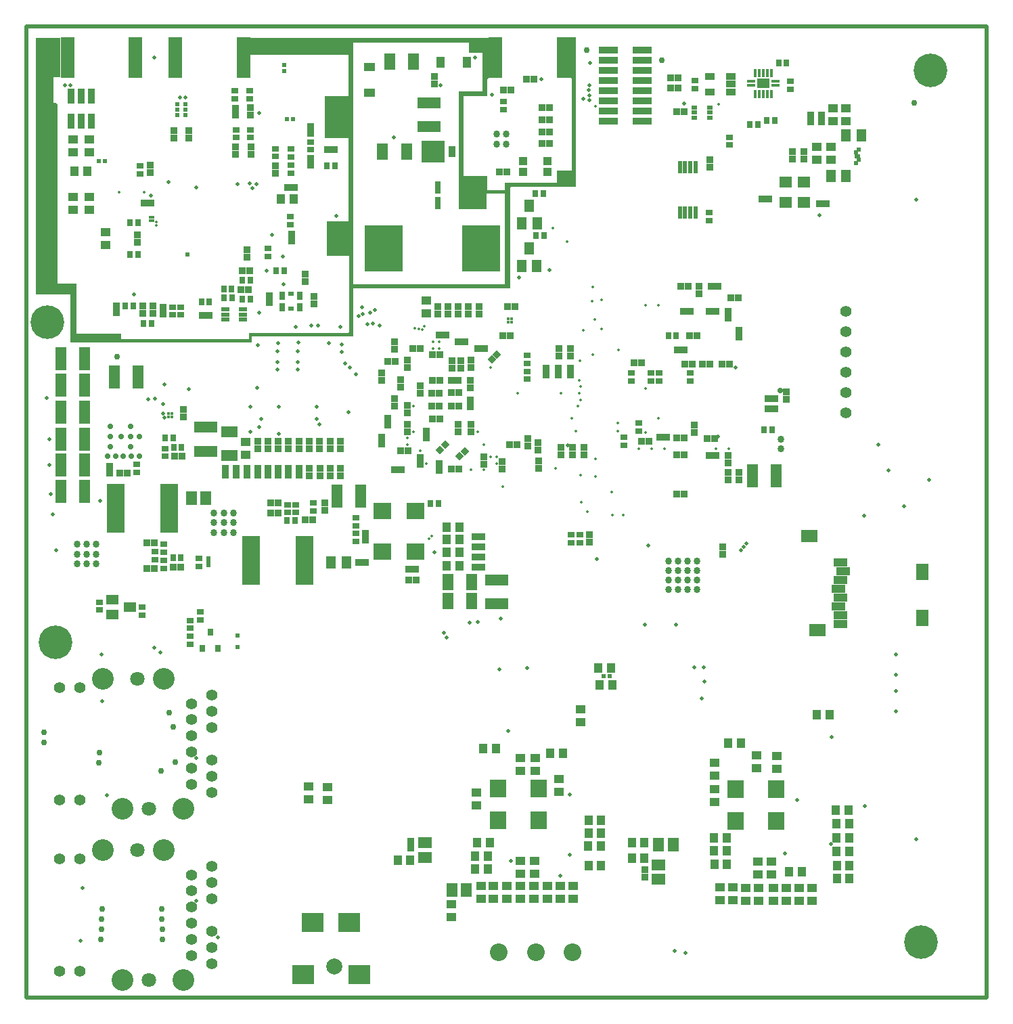
<source format=gbs>
%FSLAX25Y25*%
%MOIN*%
G70*
G01*
G75*
G04 Layer_Color=16711935*
%ADD10R,0.09449X0.02992*%
%ADD11C,0.01969*%
%ADD12R,0.03543X0.01772*%
%ADD13R,0.18898X0.18898*%
%ADD14R,0.01575X0.01575*%
%ADD15R,0.01772X0.01181*%
%ADD16R,0.01181X0.01181*%
%ADD17R,0.01181X0.01772*%
%ADD18R,0.01181X0.01181*%
%ADD19R,0.26772X0.26772*%
%ADD20R,0.03543X0.03937*%
%ADD21R,0.02165X0.02559*%
%ADD22R,0.01969X0.01969*%
%ADD23R,0.01378X0.01969*%
%ADD24R,0.07087X0.02362*%
%ADD25R,0.02362X0.01181*%
%ADD26R,0.02362X0.07874*%
%ADD27R,0.06299X0.02165*%
%ADD28R,0.01772X0.01378*%
%ADD29R,0.07480X0.07087*%
%ADD30R,0.05315X0.01575*%
%ADD31R,0.06299X0.08268*%
%ADD32O,0.03150X0.00984*%
%ADD33O,0.00984X0.03150*%
%ADD34R,0.05276X0.12284*%
%ADD35R,0.11181X0.12284*%
%ADD36R,0.18071X0.04370*%
%ADD37R,0.02756X0.01181*%
%ADD38R,0.06221X0.09252*%
%ADD39C,0.00984*%
%ADD40R,0.01181X0.03347*%
%ADD41R,0.03347X0.01181*%
%ADD42R,0.13386X0.13386*%
%ADD43R,0.04528X0.02992*%
%ADD44R,0.03937X0.03543*%
%ADD45R,0.02362X0.02362*%
%ADD46R,0.00984X0.01575*%
%ADD47R,0.05512X0.01969*%
%ADD48R,0.07284X0.02913*%
%ADD49R,0.04134X0.05512*%
%ADD50R,0.08661X0.20472*%
%ADD51R,0.18110X0.22047*%
%ADD52R,0.10984X0.07559*%
%ADD53C,0.05906*%
%ADD54R,0.06693X0.02795*%
%ADD55R,0.01969X0.00984*%
%ADD56R,0.00984X0.01969*%
%ADD57R,0.09055X0.09055*%
%ADD58R,0.07520X0.02992*%
%ADD59O,0.02953X0.00984*%
%ADD60O,0.00984X0.02953*%
%ADD61R,0.17716X0.17716*%
%ADD62O,0.08268X0.01181*%
%ADD63O,0.01181X0.08268*%
%ADD64R,0.01969X0.01969*%
%ADD65R,0.04724X0.02953*%
%ADD66C,0.01378*%
%ADD67R,0.06299X0.19291*%
%ADD68R,0.05906X0.22047*%
%ADD69R,0.05709X0.04528*%
%ADD70R,0.02441X0.02441*%
%ADD71R,0.01811X0.01654*%
%ADD72R,0.03543X0.01575*%
%ADD73R,0.02559X0.02165*%
%ADD74R,0.01575X0.00984*%
%ADD75R,0.01969X0.05512*%
%ADD76R,0.03740X0.05512*%
G04:AMPARAMS|DCode=77|XSize=13.78mil|YSize=19.69mil|CornerRadius=0mil|HoleSize=0mil|Usage=FLASHONLY|Rotation=315.000|XOffset=0mil|YOffset=0mil|HoleType=Round|Shape=Rectangle|*
%AMROTATEDRECTD77*
4,1,4,-0.01183,-0.00209,0.00209,0.01183,0.01183,0.00209,-0.00209,-0.01183,-0.01183,-0.00209,0.0*
%
%ADD77ROTATEDRECTD77*%

%ADD78P,0.02784X4X360.0*%
%ADD79R,0.01969X0.01378*%
%ADD80R,0.02795X0.06693*%
%ADD81R,0.23622X0.07874*%
%ADD82R,0.05512X0.04134*%
%ADD83R,0.01575X0.01575*%
%ADD84R,0.02441X0.02441*%
%ADD85R,0.04528X0.10630*%
%ADD86R,0.10630X0.04528*%
%ADD87R,0.04528X0.07087*%
%ADD88R,0.04528X0.05709*%
%ADD89R,0.01654X0.01811*%
%ADD90R,0.07087X0.04528*%
%ADD91R,0.05512X0.03740*%
%ADD92C,0.01181*%
%ADD93C,0.00453*%
%ADD94C,0.03937*%
%ADD95C,0.01000*%
%ADD96C,0.03150*%
%ADD97C,0.01969*%
%ADD98C,0.01378*%
%ADD99C,0.00996*%
%ADD100C,0.00394*%
%ADD101C,0.00787*%
%ADD102C,0.01181*%
%ADD103C,0.00784*%
%ADD104C,0.00512*%
%ADD105R,0.09911X0.06594*%
%ADD106R,0.06791X1.25492*%
%ADD107R,0.18996X0.06496*%
%ADD108R,0.15453X0.49409*%
%ADD109R,0.02854X0.21358*%
%ADD110R,0.13976X0.11319*%
%ADD111R,0.14764X0.11122*%
%ADD112R,0.09153X0.17224*%
%ADD113R,0.08465X0.09843*%
%ADD114R,0.08661X0.12402*%
%ADD115R,0.13386X0.08169*%
%ADD116R,0.05315X0.93799*%
%ADD117R,0.17224X0.04528*%
%ADD118R,0.19193X0.03051*%
%ADD119R,0.10925X0.14469*%
%ADD120R,0.11614X0.04035*%
%ADD121R,0.02264X0.71752*%
%ADD122R,0.34842X0.01969*%
%ADD123R,0.78150X0.02461*%
%ADD124R,0.02461X0.13189*%
%ADD125R,0.16043X0.02264*%
%ADD126R,0.02658X0.42618*%
%ADD127R,0.25098X0.01969*%
%ADD128R,0.02165X0.76575*%
%ADD129R,0.68504X0.02165*%
%ADD130R,0.03347X0.05315*%
%ADD131R,0.02264X0.05512*%
%ADD132R,0.02431X1.19587*%
%ADD133R,0.10728X0.03445*%
%ADD134R,0.03839X0.08661*%
%ADD135R,0.14075X0.03839*%
%ADD136R,0.06594X0.04232*%
%ADD137R,0.13189X0.03051*%
%ADD138R,0.04921X0.18504*%
%ADD139R,0.09843X0.04134*%
%ADD140R,0.11713X0.02953*%
%ADD141R,0.04429X0.02756*%
%ADD142R,0.02362X0.02264*%
%ADD143R,0.08465X0.02854*%
%ADD144R,0.07087X0.21752*%
%ADD145R,0.10531X0.12598*%
%ADD146R,0.05315X0.10728*%
%ADD147R,0.04232X0.02854*%
%ADD148R,0.38287X0.06398*%
%ADD149R,0.38091X0.05118*%
%ADD150R,0.30807X0.08268*%
%ADD151R,0.30315X0.06102*%
%ADD152R,0.27756X0.05413*%
%ADD153R,0.19095X0.03937*%
%ADD154R,0.00886X0.01280*%
%ADD155R,0.39961X0.06594*%
%ADD156R,0.40256X0.05807*%
%ADD157R,0.30315X0.12008*%
%ADD158R,0.30709X0.06299*%
%ADD159R,0.30413X0.06496*%
%ADD160R,0.04134X0.05413*%
%ADD161R,0.02431X0.00820*%
%ADD162R,0.03642X0.11417*%
%ADD163R,0.34449X0.01969*%
%ADD164R,0.02430X0.17389*%
%ADD165R,0.92913X0.01870*%
%ADD166R,0.04429X0.41240*%
%ADD167R,0.03740X0.41043*%
%ADD168R,0.05807X0.33169*%
%ADD169R,0.60335X0.08465*%
%ADD170R,0.09843X0.11122*%
%ADD171R,0.14370X0.08760*%
%ADD172R,0.03740X0.24016*%
%ADD173R,0.42224X0.07874*%
%ADD174R,0.08563X0.19291*%
%ADD175R,0.16535X0.19291*%
%ADD176R,0.31693X0.08071*%
%ADD177R,0.06299X0.00394*%
%ADD178R,0.03543X0.00787*%
%ADD179R,0.01181X0.00984*%
%ADD180R,0.12303X0.06004*%
%ADD181R,0.08268X0.01476*%
%ADD182R,0.04823X0.07776*%
%ADD183R,0.14075X0.03740*%
%ADD184R,0.09941X0.01870*%
%ADD185C,0.07874*%
%ADD186C,0.04803*%
%ADD187C,0.09882*%
%ADD188C,0.06299*%
%ADD189C,0.15748*%
%ADD190C,0.07087*%
%ADD191C,0.02165*%
%ADD192C,0.02598*%
%ADD193C,0.01575*%
%ADD194C,0.00591*%
%ADD195C,0.04000*%
%ADD196C,0.08071*%
%ADD197C,0.05591*%
%ADD198C,0.10669*%
%ADD199C,0.13386*%
%ADD200C,0.05787*%
%ADD201C,0.03150*%
%ADD202C,0.02559*%
%ADD203C,0.02362*%
%ADD204C,0.02874*%
%ADD205C,0.00642*%
%ADD206R,0.01969X0.02756*%
%ADD207C,0.00787*%
%ADD208R,0.03071X0.03425*%
%ADD209R,0.01969X0.03248*%
%ADD210R,0.01969X0.01693*%
%ADD211R,0.05512X0.07087*%
%ADD212R,0.05906X0.03150*%
%ADD213R,0.07480X0.05512*%
%ADD214R,0.03000X0.05000*%
%ADD215R,0.10512X0.10000*%
%ADD216R,0.03583X0.04803*%
%ADD217R,0.04724X0.03543*%
%ADD218R,0.02992X0.06496*%
%ADD219R,0.07087X0.07874*%
%ADD220R,0.07874X0.07087*%
%ADD221R,0.05079X0.04882*%
%ADD222R,0.03347X0.01378*%
%ADD223R,0.07874X0.23622*%
%ADD224R,0.08661X0.02913*%
%ADD225R,0.02362X0.05118*%
%ADD226R,0.01772X0.05118*%
%ADD227R,0.01378X0.05118*%
%ADD228R,0.01969X0.01575*%
%ADD229R,0.03937X0.02756*%
%ADD230R,0.00945X0.03543*%
%ADD231R,0.03543X0.00945*%
%ADD232R,0.05512X0.03937*%
%ADD233R,0.10236X0.08661*%
%ADD234R,0.01614X0.01299*%
%ADD235P,0.03452X4X360.0*%
%ADD236R,0.41142X0.08268*%
%ADD237R,0.15846X0.19488*%
%ADD238R,0.08268X0.19193*%
%ADD239R,0.06102X1.26181*%
%ADD240R,0.13386X0.09055*%
%ADD241R,0.08465X0.07677*%
%ADD242R,0.13090X0.08366*%
%ADD243R,0.14764X0.09153*%
%ADD244R,0.14862X0.06201*%
%ADD245R,0.03839X0.93898*%
%ADD246R,0.23622X0.03740*%
%ADD247R,0.13681X0.20768*%
%ADD248R,0.12795X0.08071*%
%ADD249R,0.11811X0.16732*%
%ADD250R,0.44783X0.02756*%
%ADD251R,0.02165X0.73032*%
%ADD252R,0.34842X0.02067*%
%ADD253R,0.67618X0.02362*%
%ADD254R,0.02362X0.28051*%
%ADD255R,0.13878X0.02264*%
%ADD256R,0.02165X0.50394*%
%ADD257R,0.25295X0.01969*%
%ADD258R,0.02559X0.50984*%
%ADD259R,0.79823X0.01969*%
%ADD260R,0.02264X1.46260*%
%ADD261R,0.51476X0.01378*%
%ADD262R,0.01476X0.04626*%
%ADD263R,0.89173X0.01476*%
%ADD264R,0.02658X1.25984*%
%ADD265R,0.07284X0.75492*%
%ADD266R,0.41894X0.10102*%
%ADD267R,0.16965X0.06606*%
%ADD268R,0.29232X0.06299*%
%ADD269R,0.02067X0.02559*%
%ADD270R,0.02658X0.02953*%
%ADD271R,0.19193X0.05512*%
%ADD272R,0.03248X0.28937*%
%ADD273C,0.00984*%
%ADD274C,0.00472*%
%ADD275C,0.02362*%
%ADD276C,0.00500*%
%ADD277C,0.00700*%
%ADD278C,0.00100*%
%ADD279C,0.00591*%
%ADD280R,0.14370X0.01500*%
%ADD281R,0.03937X1.20791*%
%ADD282R,0.10249X0.03792*%
%ADD283C,0.02769*%
%ADD284R,0.04343X0.02572*%
%ADD285R,0.19698X0.19698*%
%ADD286R,0.02375X0.02375*%
%ADD287R,0.02572X0.01981*%
%ADD288R,0.01981X0.01981*%
%ADD289R,0.01981X0.02572*%
%ADD290R,0.01981X0.01981*%
%ADD291R,0.27572X0.27572*%
%ADD292R,0.04343X0.04737*%
%ADD293R,0.02965X0.03359*%
%ADD294R,0.02769X0.02769*%
%ADD295R,0.02178X0.02769*%
%ADD296R,0.07887X0.03162*%
%ADD297R,0.03162X0.01981*%
%ADD298R,0.03162X0.08674*%
%ADD299R,0.07099X0.02965*%
%ADD300R,0.02572X0.02178*%
%ADD301R,0.08280X0.07887*%
%ADD302R,0.06115X0.02375*%
%ADD303R,0.07099X0.09068*%
%ADD304O,0.03950X0.01784*%
%ADD305O,0.01784X0.03950*%
%ADD306R,0.06076X0.13084*%
%ADD307R,0.11981X0.13084*%
%ADD308R,0.18871X0.05170*%
%ADD309R,0.03556X0.01981*%
%ADD310R,0.07021X0.10052*%
%ADD311C,0.01784*%
%ADD312R,0.01981X0.04147*%
%ADD313R,0.04147X0.01981*%
%ADD314R,0.14186X0.14186*%
%ADD315R,0.05328X0.03792*%
%ADD316R,0.04737X0.04343*%
%ADD317R,0.03162X0.03162*%
%ADD318R,0.01784X0.02375*%
%ADD319R,0.06312X0.02769*%
%ADD320R,0.08083X0.03713*%
%ADD321R,0.04934X0.06312*%
%ADD322R,0.09461X0.21272*%
%ADD323R,0.18910X0.22847*%
%ADD324R,0.11784X0.08359*%
%ADD325C,0.06706*%
%ADD326R,0.07493X0.03595*%
%ADD327R,0.02769X0.01784*%
%ADD328R,0.01784X0.02769*%
%ADD329R,0.09855X0.09855*%
%ADD330R,0.08320X0.03792*%
%ADD331O,0.03753X0.01784*%
%ADD332O,0.01784X0.03753*%
%ADD333R,0.18517X0.18517*%
%ADD334O,0.09068X0.01981*%
%ADD335O,0.01981X0.09068*%
%ADD336R,0.02769X0.02769*%
%ADD337R,0.05524X0.03753*%
%ADD338C,0.02178*%
%ADD339R,0.07099X0.20091*%
%ADD340R,0.06706X0.22847*%
%ADD341R,0.06509X0.05328*%
%ADD342R,0.03241X0.03241*%
%ADD343R,0.02611X0.02454*%
%ADD344R,0.04343X0.02375*%
%ADD345R,0.03359X0.02965*%
%ADD346R,0.02375X0.01784*%
%ADD347R,0.02769X0.06312*%
%ADD348R,0.04540X0.06312*%
G04:AMPARAMS|DCode=349|XSize=21.78mil|YSize=27.69mil|CornerRadius=0mil|HoleSize=0mil|Usage=FLASHONLY|Rotation=315.000|XOffset=0mil|YOffset=0mil|HoleType=Round|Shape=Rectangle|*
%AMROTATEDRECTD349*
4,1,4,-0.01749,-0.00209,0.00209,0.01749,0.01749,0.00209,-0.00209,-0.01749,-0.01749,-0.00209,0.0*
%
%ADD349ROTATEDRECTD349*%

%ADD350P,0.03915X4X360.0*%
%ADD351R,0.02769X0.02178*%
%ADD352R,0.03595X0.07493*%
%ADD353R,0.24422X0.08674*%
%ADD354R,0.06312X0.04934*%
%ADD355R,0.02375X0.02375*%
%ADD356R,0.03241X0.03241*%
%ADD357R,0.05328X0.11430*%
%ADD358R,0.11430X0.05328*%
%ADD359R,0.05328X0.07887*%
%ADD360R,0.05328X0.06509*%
%ADD361R,0.02454X0.02611*%
%ADD362R,0.07887X0.05328*%
%ADD363R,0.06312X0.04540*%
%ADD364C,0.01981*%
%ADD365C,0.08674*%
%ADD366C,0.05603*%
%ADD367C,0.10682*%
%ADD368C,0.07099*%
%ADD369C,0.16548*%
%ADD370C,0.07887*%
%ADD371C,0.02965*%
%ADD372C,0.02375*%
%ADD373C,0.01391*%
%ADD374R,0.02769X0.03556*%
%ADD375C,0.01587*%
%ADD376R,0.03871X0.04225*%
%ADD377R,0.02769X0.04048*%
%ADD378R,0.02769X0.02493*%
%ADD379R,0.06312X0.07887*%
%ADD380R,0.06706X0.03950*%
%ADD381R,0.08280X0.06312*%
%ADD382R,0.03800X0.05800*%
%ADD383R,0.11312X0.10800*%
%ADD384R,0.04383X0.05603*%
%ADD385R,0.05524X0.04343*%
%ADD386R,0.03792X0.07296*%
%ADD387R,0.07887X0.08674*%
%ADD388R,0.08674X0.07887*%
%ADD389R,0.05879X0.05682*%
%ADD390R,0.04147X0.02178*%
%ADD391R,0.08674X0.24422*%
%ADD392R,0.09461X0.03713*%
%ADD393R,0.03162X0.05918*%
%ADD394R,0.02572X0.05918*%
%ADD395R,0.02178X0.05918*%
%ADD396R,0.02769X0.02375*%
%ADD397R,0.04737X0.03556*%
%ADD398R,0.01745X0.04343*%
%ADD399R,0.04343X0.01745*%
%ADD400R,0.06312X0.04737*%
%ADD401R,0.11036X0.09461*%
%ADD402R,0.02414X0.02099*%
%ADD403P,0.04583X4X360.0*%
%ADD404C,0.03398*%
G36*
X266240Y467913D02*
Y394094D01*
X234055D01*
X233858Y393898D01*
Y392618D01*
X233858D01*
X233858Y392618D01*
X233858Y392618D01*
X233957Y392577D01*
Y344094D01*
X156595D01*
Y320669D01*
X106496D01*
X106398Y320571D01*
Y317815D01*
Y317618D01*
X17323D01*
Y341043D01*
X17224Y341142D01*
X98D01*
Y467717D01*
X12205D01*
Y448130D01*
X8760D01*
X8760Y448130D01*
Y435433D01*
X10335D01*
X10728Y435039D01*
Y346654D01*
X20177D01*
X20276Y346555D01*
Y322047D01*
X42028D01*
Y319094D01*
X104724D01*
D01*
D01*
D01*
Y319094D01*
X104724Y319094D01*
Y319094D01*
X104724Y319094D01*
D01*
X105118Y319094D01*
X105217Y319193D01*
X105020Y319390D01*
X105020Y322244D01*
X153839D01*
X154429Y322835D01*
X154528Y322933D01*
Y360236D01*
X143701D01*
X143701Y360236D01*
Y360236D01*
X143504Y360433D01*
Y377067D01*
X154331D01*
X154134Y377264D01*
Y418110D01*
X142717D01*
X142421Y418405D01*
X142421D01*
X142421Y418405D01*
Y438878D01*
X154134D01*
X154331Y438681D01*
Y459252D01*
X105807D01*
X105709Y459350D01*
X105413Y459646D01*
Y467717D01*
X223031D01*
Y448130D01*
X223130Y448032D01*
X222441Y447342D01*
Y438976D01*
X211024D01*
X210925Y438878D01*
X210728Y438681D01*
Y399606D01*
X222244D01*
X222244Y399606D01*
X222244Y399606D01*
X222441Y399525D01*
Y392618D01*
X231299D01*
Y392717D01*
Y396063D01*
X256791D01*
X256890Y395965D01*
Y402264D01*
X263976Y402264D01*
X264075Y402165D01*
X264173Y402264D01*
X264173Y402461D01*
X264173Y402461D01*
D01*
Y402461D01*
X264173D01*
D01*
D01*
D01*
Y447146D01*
Y447539D01*
X263583Y448130D01*
X263386Y448327D01*
Y468012D01*
X266142D01*
X266240Y467913D01*
D02*
G37*
%LPC*%
G36*
X213386Y465256D02*
X156595D01*
Y346063D01*
X231299D01*
Y390846D01*
X222244D01*
Y383268D01*
X208661D01*
X208563Y383366D01*
Y394587D01*
Y441142D01*
X208563Y441142D01*
X208563Y441142D01*
X208604Y441240D01*
X220079D01*
Y460138D01*
X219980Y460236D01*
X213484D01*
Y465158D01*
X213386Y465256D01*
D02*
G37*
%LPD*%
D97*
X-4626Y-5118D02*
Y468602D01*
Y-5118D02*
X468602D01*
Y473228D01*
X-4626D02*
X468602D01*
X-4626Y468602D02*
Y473228D01*
D283*
X366732Y293898D02*
D03*
X51279Y271201D02*
D03*
X46752Y271201D02*
D03*
Y276319D02*
D03*
X46752Y266083D02*
D03*
X51181Y261457D02*
D03*
X43307D02*
D03*
X47244D02*
D03*
X42224Y271201D02*
D03*
X36909Y276319D02*
D03*
Y271201D02*
D03*
Y266083D02*
D03*
X39370Y261457D02*
D03*
X35433D02*
D03*
D286*
X99508Y173130D02*
D03*
Y167618D02*
D03*
D288*
X405413Y412697D02*
D03*
Y407579D02*
D03*
X404232Y411122D02*
D03*
Y406004D02*
D03*
D292*
X300000Y71063D02*
D03*
X293701D02*
D03*
X300000Y63484D02*
D03*
X293701D02*
D03*
X340551Y67225D02*
D03*
X334252D02*
D03*
X340551Y73425D02*
D03*
X334252D02*
D03*
X340650Y60630D02*
D03*
X334350D02*
D03*
X400591Y87106D02*
D03*
X394291D02*
D03*
X347342Y120177D02*
D03*
X341043D02*
D03*
X400689Y80512D02*
D03*
X394390D02*
D03*
X391142Y134055D02*
D03*
X384842D02*
D03*
X400787Y73524D02*
D03*
X394488D02*
D03*
X400984Y53543D02*
D03*
X394685D02*
D03*
X400886Y66732D02*
D03*
X394587D02*
D03*
X400984Y60040D02*
D03*
X394685D02*
D03*
X377559Y56890D02*
D03*
X371260D02*
D03*
X184646Y62697D02*
D03*
X178347D02*
D03*
X222933Y64567D02*
D03*
X216634D02*
D03*
X223917Y71162D02*
D03*
X217618D02*
D03*
X222835Y58071D02*
D03*
X216535D02*
D03*
X226969Y117618D02*
D03*
X220669D02*
D03*
X278642Y82382D02*
D03*
X272343D02*
D03*
X278642Y75886D02*
D03*
X272343D02*
D03*
X278543Y69685D02*
D03*
X272244D02*
D03*
X278642Y59843D02*
D03*
X272343D02*
D03*
X259941Y115355D02*
D03*
X253642D02*
D03*
X25591Y401870D02*
D03*
X19291D02*
D03*
X127264Y388091D02*
D03*
X120965D02*
D03*
X284252Y148721D02*
D03*
X277953D02*
D03*
X283563Y157185D02*
D03*
X277264D02*
D03*
X208968Y226709D02*
D03*
X202669D02*
D03*
X208890Y220508D02*
D03*
X202590D02*
D03*
X208890Y214110D02*
D03*
X202590D02*
D03*
X208890Y207614D02*
D03*
X202590D02*
D03*
D293*
X355905Y424902D02*
D03*
X351968D02*
D03*
X364173Y426772D02*
D03*
X360236D02*
D03*
X369980Y455217D02*
D03*
X366043D02*
D03*
X198425Y238189D02*
D03*
X194488D02*
D03*
X85630Y337599D02*
D03*
X81693D02*
D03*
X96653Y343898D02*
D03*
X92716D02*
D03*
X96752Y339666D02*
D03*
X92815D02*
D03*
X250098Y390846D02*
D03*
X246162D02*
D03*
X250394Y370177D02*
D03*
X246457D02*
D03*
X362894Y274508D02*
D03*
X358957D02*
D03*
X127854Y229724D02*
D03*
X123917D02*
D03*
X71653Y211614D02*
D03*
X67716D02*
D03*
X67815Y270669D02*
D03*
X63878D02*
D03*
X71949Y266043D02*
D03*
X68012D02*
D03*
X315650Y320866D02*
D03*
X311713D02*
D03*
X147441Y404528D02*
D03*
X143504D02*
D03*
X57087Y326870D02*
D03*
X53149D02*
D03*
X48228Y335532D02*
D03*
X44291D02*
D03*
X122441Y352953D02*
D03*
X118504D02*
D03*
X50394Y376673D02*
D03*
X46457D02*
D03*
X50394Y360925D02*
D03*
X46457D02*
D03*
X105709Y348228D02*
D03*
X101772D02*
D03*
X105906Y338878D02*
D03*
X101969D02*
D03*
D297*
X404823Y409350D02*
D03*
D316*
X34449Y371949D02*
D03*
Y365650D02*
D03*
X103642Y268504D02*
D03*
Y262205D02*
D03*
X343602Y49213D02*
D03*
Y42913D02*
D03*
X356201Y49016D02*
D03*
Y42717D02*
D03*
X369882Y49016D02*
D03*
Y42717D02*
D03*
X382579Y49016D02*
D03*
Y42717D02*
D03*
X337205Y49213D02*
D03*
Y42913D02*
D03*
X349902Y49016D02*
D03*
Y42717D02*
D03*
X363484Y49016D02*
D03*
Y42717D02*
D03*
X376083Y49016D02*
D03*
Y42717D02*
D03*
X334547Y97540D02*
D03*
Y91240D02*
D03*
Y110433D02*
D03*
Y104134D02*
D03*
X204823Y40945D02*
D03*
Y34646D02*
D03*
X225484Y49803D02*
D03*
Y43504D02*
D03*
X238976Y49803D02*
D03*
Y43504D02*
D03*
X252067Y49803D02*
D03*
Y43504D02*
D03*
X264961Y49803D02*
D03*
Y43504D02*
D03*
X219579Y49803D02*
D03*
Y43504D02*
D03*
X232283Y49803D02*
D03*
Y43504D02*
D03*
X245669Y49803D02*
D03*
Y43504D02*
D03*
X258653Y49803D02*
D03*
Y43504D02*
D03*
X217224Y95768D02*
D03*
Y89469D02*
D03*
X268406Y136909D02*
D03*
Y130610D02*
D03*
X257874Y102559D02*
D03*
Y96260D02*
D03*
X384941Y413878D02*
D03*
Y407579D02*
D03*
X391831Y413878D02*
D03*
Y407579D02*
D03*
X392913Y432874D02*
D03*
Y426575D02*
D03*
X399311Y432874D02*
D03*
Y426575D02*
D03*
X18504Y417618D02*
D03*
Y411319D02*
D03*
X18504Y389272D02*
D03*
Y382973D02*
D03*
X26378Y417618D02*
D03*
Y411319D02*
D03*
X26378Y389272D02*
D03*
Y382973D02*
D03*
X355807Y61910D02*
D03*
Y55610D02*
D03*
X362598Y61910D02*
D03*
Y55610D02*
D03*
X365087Y113878D02*
D03*
Y107579D02*
D03*
X355217Y114075D02*
D03*
Y107776D02*
D03*
X134646Y98721D02*
D03*
Y92421D02*
D03*
X143701Y98425D02*
D03*
Y92126D02*
D03*
X238976Y62303D02*
D03*
Y56004D02*
D03*
X245866Y62303D02*
D03*
Y56004D02*
D03*
X246260Y112992D02*
D03*
Y106693D02*
D03*
X238878Y112992D02*
D03*
Y106693D02*
D03*
X192520Y338287D02*
D03*
Y331988D02*
D03*
D321*
X153150Y209154D02*
D03*
X145669D02*
D03*
X399311Y399508D02*
D03*
X391831D02*
D03*
X406791Y419390D02*
D03*
X399311D02*
D03*
D323*
X219488Y363976D02*
D03*
X171457D02*
D03*
D339*
X15713Y457870D02*
D03*
X49213D02*
D03*
X226539Y457772D02*
D03*
X260039D02*
D03*
X68961Y457870D02*
D03*
X102461D02*
D03*
D341*
X306988Y60335D02*
D03*
Y53248D02*
D03*
X191831Y71063D02*
D03*
Y63976D02*
D03*
D342*
X72933Y284547D02*
D03*
Y281004D02*
D03*
X372933Y411417D02*
D03*
Y407874D02*
D03*
X378642Y411417D02*
D03*
Y407874D02*
D03*
X381693Y429626D02*
D03*
Y426083D02*
D03*
X387008Y429626D02*
D03*
Y426083D02*
D03*
X332185Y407579D02*
D03*
Y404036D02*
D03*
X272835Y222834D02*
D03*
Y219291D02*
D03*
X50197Y370571D02*
D03*
Y367028D02*
D03*
X137106Y340256D02*
D03*
Y336713D02*
D03*
X115059Y340650D02*
D03*
Y337106D02*
D03*
X132776Y351083D02*
D03*
Y347540D02*
D03*
X62795Y335039D02*
D03*
Y331496D02*
D03*
X98622Y413878D02*
D03*
Y410335D02*
D03*
X98425Y432972D02*
D03*
Y429429D02*
D03*
X118307Y404429D02*
D03*
Y400886D02*
D03*
X104134Y363189D02*
D03*
Y359646D02*
D03*
X106004Y433071D02*
D03*
Y429528D02*
D03*
X126083Y370965D02*
D03*
Y367421D02*
D03*
X56496Y404724D02*
D03*
Y401181D02*
D03*
X106299Y413878D02*
D03*
Y410335D02*
D03*
X75492Y421752D02*
D03*
Y418209D02*
D03*
X68012Y421752D02*
D03*
Y418209D02*
D03*
X196457Y448524D02*
D03*
Y444980D02*
D03*
X162500Y223622D02*
D03*
Y220079D02*
D03*
X142618Y238484D02*
D03*
Y234941D02*
D03*
X36614Y256693D02*
D03*
Y253150D02*
D03*
X300295Y57874D02*
D03*
Y54331D02*
D03*
X184941Y71949D02*
D03*
Y68406D02*
D03*
X346457Y253445D02*
D03*
Y249902D02*
D03*
X341240Y253445D02*
D03*
Y249902D02*
D03*
X341339Y261910D02*
D03*
Y258366D02*
D03*
X346457Y323622D02*
D03*
Y320079D02*
D03*
X341339Y332973D02*
D03*
Y329429D02*
D03*
X326969Y345079D02*
D03*
Y341536D02*
D03*
X324606Y276870D02*
D03*
Y273327D02*
D03*
X338583Y216732D02*
D03*
Y213189D02*
D03*
X208268Y277067D02*
D03*
Y273524D02*
D03*
X150295Y255413D02*
D03*
Y251870D02*
D03*
X135004Y255523D02*
D03*
Y251980D02*
D03*
X140024Y255425D02*
D03*
Y251882D02*
D03*
X145177Y255413D02*
D03*
Y251870D02*
D03*
X109386Y255598D02*
D03*
Y252055D02*
D03*
X114504Y255598D02*
D03*
Y252055D02*
D03*
X139925Y268811D02*
D03*
Y265268D02*
D03*
X134906Y268811D02*
D03*
Y265268D02*
D03*
X129689Y268811D02*
D03*
Y265268D02*
D03*
X124669Y268811D02*
D03*
Y265268D02*
D03*
X214323Y298886D02*
D03*
Y295343D02*
D03*
Y289338D02*
D03*
Y285795D02*
D03*
X119650Y268811D02*
D03*
Y265268D02*
D03*
X114630Y268811D02*
D03*
Y265268D02*
D03*
X109512Y268811D02*
D03*
Y265268D02*
D03*
X214567Y277165D02*
D03*
Y273622D02*
D03*
X119622Y255598D02*
D03*
Y252055D02*
D03*
X150260Y268909D02*
D03*
Y265366D02*
D03*
X145043Y268909D02*
D03*
Y265366D02*
D03*
X124669Y255720D02*
D03*
Y252177D02*
D03*
X129787Y255622D02*
D03*
Y252079D02*
D03*
X369980Y293110D02*
D03*
Y289567D02*
D03*
X229724Y258760D02*
D03*
Y255217D02*
D03*
X198819Y257972D02*
D03*
Y254429D02*
D03*
X209547Y308465D02*
D03*
Y304921D02*
D03*
X205118Y308465D02*
D03*
Y304921D02*
D03*
X198130Y335236D02*
D03*
Y331693D02*
D03*
X203150Y335138D02*
D03*
Y331594D02*
D03*
X208157Y335236D02*
D03*
Y331693D02*
D03*
X176969Y317815D02*
D03*
Y314272D02*
D03*
X214567Y308760D02*
D03*
Y305217D02*
D03*
X220866Y261122D02*
D03*
Y257579D02*
D03*
X218406Y335236D02*
D03*
Y331693D02*
D03*
X183071Y308760D02*
D03*
Y305217D02*
D03*
X213224Y335205D02*
D03*
Y331662D02*
D03*
X270114Y265858D02*
D03*
Y262315D02*
D03*
X189370Y296161D02*
D03*
Y292618D02*
D03*
X173524Y280315D02*
D03*
Y276772D02*
D03*
X170472Y302559D02*
D03*
Y299016D02*
D03*
X258894Y265858D02*
D03*
Y262315D02*
D03*
X257811Y314579D02*
D03*
Y311035D02*
D03*
X263520Y314579D02*
D03*
Y311035D02*
D03*
X264602Y265858D02*
D03*
Y262315D02*
D03*
X247772Y259264D02*
D03*
Y255720D02*
D03*
X251551Y304933D02*
D03*
Y301390D02*
D03*
X257614Y304933D02*
D03*
Y301390D02*
D03*
X263520Y304933D02*
D03*
Y301390D02*
D03*
X247673Y268122D02*
D03*
Y264579D02*
D03*
X242457Y270189D02*
D03*
Y266646D02*
D03*
X179921Y299114D02*
D03*
Y295571D02*
D03*
X183268Y286516D02*
D03*
Y282973D02*
D03*
X192421Y274016D02*
D03*
Y270473D02*
D03*
X170472Y270965D02*
D03*
Y267421D02*
D03*
X189370Y261024D02*
D03*
Y257480D02*
D03*
X176772Y289862D02*
D03*
Y286319D02*
D03*
X183071Y277165D02*
D03*
Y273622D02*
D03*
X93504Y255610D02*
D03*
Y252067D02*
D03*
X98957Y255610D02*
D03*
Y252067D02*
D03*
X104331Y255610D02*
D03*
Y252067D02*
D03*
X135630Y408268D02*
D03*
Y404725D02*
D03*
X135630Y424016D02*
D03*
Y420472D02*
D03*
X57776Y335532D02*
D03*
Y331988D02*
D03*
X52756Y335532D02*
D03*
Y331988D02*
D03*
X39862Y335630D02*
D03*
Y332087D02*
D03*
D345*
X324705Y446457D02*
D03*
Y442520D02*
D03*
X371850Y446063D02*
D03*
Y442126D02*
D03*
X331988Y381496D02*
D03*
Y377559D02*
D03*
X341732Y418701D02*
D03*
Y414764D02*
D03*
X263976Y222933D02*
D03*
Y218996D02*
D03*
X268209Y222933D02*
D03*
Y218996D02*
D03*
X242323Y303347D02*
D03*
Y299410D02*
D03*
X242126Y311122D02*
D03*
Y307185D02*
D03*
X98721Y422342D02*
D03*
Y418405D02*
D03*
X125689Y404725D02*
D03*
Y400788D02*
D03*
X81201Y184843D02*
D03*
Y180906D02*
D03*
X76280Y172933D02*
D03*
Y168996D02*
D03*
Y180709D02*
D03*
Y176772D02*
D03*
X157776Y231299D02*
D03*
Y227362D02*
D03*
Y223425D02*
D03*
Y219488D02*
D03*
X80610Y211220D02*
D03*
Y207283D02*
D03*
X124016Y237697D02*
D03*
Y233760D02*
D03*
X128248Y237697D02*
D03*
Y233760D02*
D03*
X136811Y238583D02*
D03*
Y234646D02*
D03*
X58760Y214468D02*
D03*
Y210531D02*
D03*
X63189Y218209D02*
D03*
Y214272D02*
D03*
X63287Y210236D02*
D03*
Y206299D02*
D03*
X49803Y257579D02*
D03*
Y253642D02*
D03*
X63976Y265354D02*
D03*
Y261417D02*
D03*
X293406Y302461D02*
D03*
Y298524D02*
D03*
X322539Y302461D02*
D03*
Y298524D02*
D03*
X307185Y302461D02*
D03*
Y298524D02*
D03*
X303150Y302461D02*
D03*
Y298524D02*
D03*
X297244Y277854D02*
D03*
Y273917D02*
D03*
X289862Y270768D02*
D03*
Y266831D02*
D03*
X135630Y416339D02*
D03*
Y412402D02*
D03*
X71653Y335039D02*
D03*
Y331102D02*
D03*
X230512Y436122D02*
D03*
Y432185D02*
D03*
X67421Y335039D02*
D03*
Y331102D02*
D03*
X98228Y441634D02*
D03*
Y437697D02*
D03*
X114370Y363779D02*
D03*
Y359842D02*
D03*
X125787Y412795D02*
D03*
Y408858D02*
D03*
X118012Y412992D02*
D03*
Y409055D02*
D03*
X105512Y441634D02*
D03*
Y437697D02*
D03*
X51476Y404528D02*
D03*
Y400591D02*
D03*
X106004Y422343D02*
D03*
Y418406D02*
D03*
X125591Y379528D02*
D03*
Y375591D02*
D03*
X52461Y187303D02*
D03*
Y183366D02*
D03*
X31398Y189665D02*
D03*
Y185728D02*
D03*
D348*
X243307Y384843D02*
D03*
X239567Y376181D02*
D03*
X247047D02*
D03*
X243209Y363977D02*
D03*
X239468Y355315D02*
D03*
X246949D02*
D03*
D356*
X236024Y335236D02*
D03*
X232480D02*
D03*
X56988Y386221D02*
D03*
X53445D02*
D03*
X316437Y448032D02*
D03*
X312894D02*
D03*
X316437Y442815D02*
D03*
X312894D02*
D03*
X319390Y431102D02*
D03*
X315846D02*
D03*
X389665Y385925D02*
D03*
X386122D02*
D03*
X361220Y388189D02*
D03*
X357677D02*
D03*
X187401Y200689D02*
D03*
X183858D02*
D03*
X187303Y205807D02*
D03*
X183760D02*
D03*
X85630Y331004D02*
D03*
X82087D02*
D03*
X105512Y352854D02*
D03*
X101969D02*
D03*
X127559Y393799D02*
D03*
X124016D02*
D03*
X104724Y343602D02*
D03*
X101181D02*
D03*
X364272Y289764D02*
D03*
X360728D02*
D03*
X364272Y284744D02*
D03*
X360728D02*
D03*
X162598Y209252D02*
D03*
X159055D02*
D03*
X119390Y233465D02*
D03*
X115847D02*
D03*
X119390Y238484D02*
D03*
X115847D02*
D03*
X136417Y230118D02*
D03*
X132874D02*
D03*
X58464Y206201D02*
D03*
X54921D02*
D03*
X58366Y218898D02*
D03*
X54823D02*
D03*
X71457Y206988D02*
D03*
X67913D02*
D03*
X45177Y253150D02*
D03*
X41634D02*
D03*
X72146Y261417D02*
D03*
X68602D02*
D03*
X232087Y401673D02*
D03*
X228543D02*
D03*
X234055Y442028D02*
D03*
X230512D02*
D03*
X245472Y447146D02*
D03*
X241929D02*
D03*
X253150Y433169D02*
D03*
X249606D02*
D03*
X253150Y427165D02*
D03*
X249606D02*
D03*
X253150Y421358D02*
D03*
X249606D02*
D03*
X253150Y415650D02*
D03*
X249606D02*
D03*
X319488Y243012D02*
D03*
X315945D02*
D03*
X302067Y268898D02*
D03*
X298524D02*
D03*
X310925Y270768D02*
D03*
X307382D02*
D03*
X335236Y261910D02*
D03*
X331693D02*
D03*
X319488Y262106D02*
D03*
X315945D02*
D03*
X334350Y270374D02*
D03*
X330807D02*
D03*
X325787Y320866D02*
D03*
X322244D02*
D03*
X341732Y306988D02*
D03*
X338189D02*
D03*
X319587Y313977D02*
D03*
X316043D02*
D03*
X298524Y307677D02*
D03*
X294980D02*
D03*
X332185Y306890D02*
D03*
X328642D02*
D03*
X323425D02*
D03*
X319882D02*
D03*
X346063Y339666D02*
D03*
X342520D02*
D03*
X335236Y332874D02*
D03*
X331693D02*
D03*
X322638D02*
D03*
X319095D02*
D03*
X321358Y345177D02*
D03*
X317815D02*
D03*
X336220D02*
D03*
X332677D02*
D03*
X319488Y270669D02*
D03*
X315945D02*
D03*
X199114Y280020D02*
D03*
X195571D02*
D03*
X198772Y292488D02*
D03*
X195228D02*
D03*
X198870Y286189D02*
D03*
X195327D02*
D03*
X208268Y298917D02*
D03*
X204725D02*
D03*
X208465Y286221D02*
D03*
X204921D02*
D03*
X208465Y292815D02*
D03*
X204921D02*
D03*
X208366Y255118D02*
D03*
X204823D02*
D03*
X211614Y317815D02*
D03*
X208071D02*
D03*
X219980Y217008D02*
D03*
X216437D02*
D03*
X219980Y221996D02*
D03*
X216437D02*
D03*
X202264Y321260D02*
D03*
X198721D02*
D03*
X177165Y308366D02*
D03*
X173622D02*
D03*
X219980Y212008D02*
D03*
X216437D02*
D03*
X221260Y314567D02*
D03*
X217717D02*
D03*
X233858Y320965D02*
D03*
X230315D02*
D03*
X199213Y311516D02*
D03*
X195669D02*
D03*
X189469Y314665D02*
D03*
X185925D02*
D03*
X219980Y206988D02*
D03*
X216437D02*
D03*
X183366Y264272D02*
D03*
X179823D02*
D03*
X180315Y254724D02*
D03*
X176772D02*
D03*
X237043Y267335D02*
D03*
X233500D02*
D03*
X199016Y298917D02*
D03*
X195473D02*
D03*
X147244Y412402D02*
D03*
X143701D02*
D03*
D357*
X24311Y257087D02*
D03*
X12500D02*
D03*
X24311Y269980D02*
D03*
X12500D02*
D03*
X364961Y251870D02*
D03*
X353150D02*
D03*
X50492Y300492D02*
D03*
X38681D02*
D03*
X160335Y241732D02*
D03*
X148523D02*
D03*
X24311Y244094D02*
D03*
X12500D02*
D03*
X24213Y309547D02*
D03*
X12402D02*
D03*
X24311Y296457D02*
D03*
X12500D02*
D03*
X24311Y283366D02*
D03*
X12500D02*
D03*
D358*
X193799Y435630D02*
D03*
Y423819D02*
D03*
X83760Y275787D02*
D03*
Y263976D02*
D03*
X227264Y200591D02*
D03*
Y188779D02*
D03*
D359*
X182677Y411614D02*
D03*
X170866D02*
D03*
X186319Y455905D02*
D03*
X174508D02*
D03*
X214961Y199705D02*
D03*
X203150D02*
D03*
X214961Y190059D02*
D03*
X203150D02*
D03*
D360*
X83858Y240748D02*
D03*
X76772D02*
D03*
X314071Y70071D02*
D03*
X306984D02*
D03*
X212303Y48032D02*
D03*
X205217D02*
D03*
D361*
X85138Y210846D02*
D03*
Y208248D02*
D03*
D362*
X95472Y273622D02*
D03*
Y261811D02*
D03*
D363*
X46457Y187205D02*
D03*
X37795Y190945D02*
D03*
Y183465D02*
D03*
D364*
X48622Y341142D02*
D03*
X225000Y439665D02*
D03*
X249114Y447146D02*
D03*
X176673Y418701D02*
D03*
X10236Y215354D02*
D03*
X75590Y294390D02*
D03*
X375295Y92323D02*
D03*
X328051Y142323D02*
D03*
X329429Y150492D02*
D03*
X6791Y257087D02*
D03*
X408169Y232382D02*
D03*
X196590Y214110D02*
D03*
X6988Y269980D02*
D03*
X272835Y436811D02*
D03*
X423740Y153858D02*
D03*
X423898Y163858D02*
D03*
X319390Y435138D02*
D03*
X238189Y349410D02*
D03*
X119882Y272441D02*
D03*
X8366Y232776D02*
D03*
X31988Y239469D02*
D03*
X7382Y242913D02*
D03*
X5610Y290059D02*
D03*
X79137Y112900D02*
D03*
X272835Y444095D02*
D03*
X164961Y332283D02*
D03*
X169390Y325984D02*
D03*
X63386Y280512D02*
D03*
X273031Y455217D02*
D03*
X166240Y326772D02*
D03*
X161319Y331693D02*
D03*
X62992Y282579D02*
D03*
X56988Y389764D02*
D03*
X272638Y441732D02*
D03*
X272736Y439370D02*
D03*
X232874Y126083D02*
D03*
X229134Y181496D02*
D03*
X148327Y379921D02*
D03*
X160925Y334842D02*
D03*
X320177Y16929D02*
D03*
X62795Y287205D02*
D03*
X63386Y297047D02*
D03*
X58858Y289961D02*
D03*
X55512Y289469D02*
D03*
X392126Y123228D02*
D03*
X423898Y135945D02*
D03*
X423799Y145945D02*
D03*
X369193Y65945D02*
D03*
X314862Y18012D02*
D03*
X258366Y54823D02*
D03*
X234055Y62285D02*
D03*
X386122Y380216D02*
D03*
X344882Y305217D02*
D03*
X336319Y271358D02*
D03*
X262205Y267028D02*
D03*
X106004Y273622D02*
D03*
X263289Y94865D02*
D03*
X110039Y430610D02*
D03*
X269685Y437697D02*
D03*
X32579Y163878D02*
D03*
X61614Y164862D02*
D03*
X58563Y167126D02*
D03*
X17323Y444291D02*
D03*
X73701Y438307D02*
D03*
X129528Y317618D02*
D03*
X116535Y370472D02*
D03*
X105610Y395768D02*
D03*
X108858Y395472D02*
D03*
X99410Y395669D02*
D03*
X14370Y444291D02*
D03*
X71063Y438307D02*
D03*
X253248Y353248D02*
D03*
X201279Y174705D02*
D03*
X121850Y359744D02*
D03*
X119390Y317323D02*
D03*
X129331Y313090D02*
D03*
X119291Y313091D02*
D03*
Y307776D02*
D03*
X129232Y307874D02*
D03*
X119291Y304331D02*
D03*
X129232D02*
D03*
X109153Y295374D02*
D03*
X111221Y279823D02*
D03*
X138583D02*
D03*
X139961Y277264D02*
D03*
X110335Y275886D02*
D03*
X152559Y307185D02*
D03*
X154921Y305217D02*
D03*
X150886Y316634D02*
D03*
X150984Y312992D02*
D03*
X144390Y317224D02*
D03*
X163386Y326476D02*
D03*
X135728Y325984D02*
D03*
X139075Y325984D02*
D03*
X105709Y285827D02*
D03*
X119882Y285728D02*
D03*
X157874Y301772D02*
D03*
X113976Y352756D02*
D03*
X122047Y346260D02*
D03*
X65551Y396555D02*
D03*
X106890Y393602D02*
D03*
X79035Y393996D02*
D03*
X202362Y172146D02*
D03*
X213681Y179626D02*
D03*
X217815Y179823D02*
D03*
X228445Y156398D02*
D03*
X242323Y157087D02*
D03*
X324410Y157480D02*
D03*
X329134D02*
D03*
X300295Y178445D02*
D03*
X315354D02*
D03*
X276476Y210827D02*
D03*
X301870Y217717D02*
D03*
X109350Y316142D02*
D03*
X128051Y325197D02*
D03*
X150295Y325295D02*
D03*
X167028Y333465D02*
D03*
X159252Y330709D02*
D03*
X154232Y283268D02*
D03*
X138484Y285925D02*
D03*
X110039Y332185D02*
D03*
X9843Y452559D02*
D03*
X108169Y462598D02*
D03*
X79137Y42719D02*
D03*
X89862Y24409D02*
D03*
X58563Y457870D02*
D03*
X199646Y444153D02*
D03*
X433957Y73032D02*
D03*
X433858Y387992D02*
D03*
X408563Y89075D02*
D03*
X216531Y457870D02*
D03*
X260236Y452949D02*
D03*
X35335Y94587D02*
D03*
X32776Y140748D02*
D03*
X22047Y22736D02*
D03*
X23228Y49016D02*
D03*
X391732Y70669D02*
D03*
X440158Y249803D02*
D03*
X420079Y254429D02*
D03*
X427854Y236910D02*
D03*
X347441Y215256D02*
D03*
X350295Y218406D02*
D03*
X348819Y216732D02*
D03*
X415256Y267126D02*
D03*
X263090Y65354D02*
D03*
D365*
X264469Y17165D02*
D03*
X246358D02*
D03*
X228248D02*
D03*
D366*
X86693Y143858D02*
D03*
Y135866D02*
D03*
Y127874D02*
D03*
X76693Y131886D02*
D03*
Y123894D02*
D03*
Y139484D02*
D03*
Y115902D02*
D03*
X86693Y103898D02*
D03*
Y111890D02*
D03*
X76693Y99917D02*
D03*
X86693Y95906D02*
D03*
X76693Y107909D02*
D03*
X21693Y147539D02*
D03*
X11693D02*
D03*
X21693Y92224D02*
D03*
X11693D02*
D03*
X399323Y302740D02*
D03*
Y312740D02*
D03*
Y292740D02*
D03*
Y332740D02*
D03*
Y322740D02*
D03*
Y282740D02*
D03*
X86693Y59508D02*
D03*
Y51516D02*
D03*
Y43524D02*
D03*
X76693Y47535D02*
D03*
Y39543D02*
D03*
Y55134D02*
D03*
Y31551D02*
D03*
X86693Y19547D02*
D03*
Y27539D02*
D03*
X76693Y15567D02*
D03*
X86693Y11555D02*
D03*
X76693Y23559D02*
D03*
X21693Y63189D02*
D03*
X11693D02*
D03*
X21693Y7874D02*
D03*
X11693D02*
D03*
D367*
X72716Y87776D02*
D03*
X63189Y151988D02*
D03*
X33189D02*
D03*
X42717Y87776D02*
D03*
X72716Y3425D02*
D03*
X63189Y67638D02*
D03*
X33189D02*
D03*
X42717Y3425D02*
D03*
D368*
X50197Y151988D02*
D03*
X55709Y87776D02*
D03*
X50197Y67638D02*
D03*
X55709Y3425D02*
D03*
D369*
X440945Y451673D02*
D03*
X9744Y169980D02*
D03*
X6004Y327658D02*
D03*
X436221Y22146D02*
D03*
D370*
X147146Y10236D02*
D03*
D371*
X62520Y23701D02*
D03*
X62343Y28701D02*
D03*
X62165Y33701D02*
D03*
X62185Y38701D02*
D03*
X32264Y23701D02*
D03*
X32342Y28701D02*
D03*
X32342Y33701D02*
D03*
X32756Y38701D02*
D03*
X432972Y435630D02*
D03*
X40059Y310433D02*
D03*
X271535Y461693D02*
D03*
X308661Y456693D02*
D03*
X4232Y125394D02*
D03*
X4075Y120413D02*
D03*
X31358Y115413D02*
D03*
X31280Y110413D02*
D03*
X65847Y135236D02*
D03*
X67815Y128248D02*
D03*
X61713Y106496D02*
D03*
X68701Y110925D02*
D03*
D372*
X123992Y427559D02*
D03*
X126992D02*
D03*
X279701Y153150D02*
D03*
X282701D02*
D03*
X31201Y406988D02*
D03*
X34201D02*
D03*
X122441Y454158D02*
D03*
Y451158D02*
D03*
X74728Y360874D02*
D03*
D373*
X274213Y337894D02*
D03*
X278937Y338484D02*
D03*
X274606Y344783D02*
D03*
X275492Y329035D02*
D03*
X275699Y251565D02*
D03*
X275787Y260236D02*
D03*
X286713Y277756D02*
D03*
X306791Y280118D02*
D03*
X287303Y313878D02*
D03*
X278740Y324213D02*
D03*
X258858Y292618D02*
D03*
X300590Y294980D02*
D03*
X286713Y273819D02*
D03*
X289469Y232480D02*
D03*
X283858Y243799D02*
D03*
X284252Y232480D02*
D03*
X271850Y234350D02*
D03*
X268996Y238976D02*
D03*
X256299Y255610D02*
D03*
X268504Y252067D02*
D03*
X266142Y273819D02*
D03*
X264272Y280217D02*
D03*
X267224Y286221D02*
D03*
X268406Y289370D02*
D03*
X267815Y292618D02*
D03*
X268406Y295866D02*
D03*
X267717Y298917D02*
D03*
X268209Y308465D02*
D03*
X274606Y311713D02*
D03*
X269685Y323524D02*
D03*
X336619Y434863D02*
D03*
X192535Y270528D02*
D03*
X275984Y433957D02*
D03*
X300605Y273341D02*
D03*
X41142Y391535D02*
D03*
X254921Y373917D02*
D03*
X261713Y367224D02*
D03*
X59646Y376772D02*
D03*
X59547Y375098D02*
D03*
X53543Y391535D02*
D03*
X198835Y314622D02*
D03*
Y317772D02*
D03*
X195685Y314622D02*
D03*
Y317772D02*
D03*
X188681Y324311D02*
D03*
X190354Y324016D02*
D03*
X186811Y324508D02*
D03*
X191535Y325590D02*
D03*
X183087Y270528D02*
D03*
X192535Y257929D02*
D03*
X186236Y273677D02*
D03*
X183087Y267378D02*
D03*
X227181Y257929D02*
D03*
X220882Y254780D02*
D03*
X224031Y261079D02*
D03*
X217732Y273677D02*
D03*
X300410Y335925D02*
D03*
X306709D02*
D03*
X237628Y292618D02*
D03*
X341354Y265059D02*
D03*
X309858D02*
D03*
X303559D02*
D03*
X297260D02*
D03*
X335055D02*
D03*
X224016Y305217D02*
D03*
X214567Y254823D02*
D03*
X186236Y286276D02*
D03*
X195276Y222146D02*
D03*
X189386Y264229D02*
D03*
X193996Y220866D02*
D03*
X220882Y267378D02*
D03*
X230118Y246555D02*
D03*
X227181Y261079D02*
D03*
D374*
X86024Y175000D02*
D03*
X82284Y166929D02*
D03*
X89764D02*
D03*
D375*
X57972Y379232D02*
D03*
Y377658D02*
D03*
X56398D02*
D03*
Y379232D02*
D03*
X67224Y282579D02*
D03*
Y281004D02*
D03*
X65650D02*
D03*
Y282579D02*
D03*
X234547Y329134D02*
D03*
Y327559D02*
D03*
X232972D02*
D03*
Y329134D02*
D03*
D376*
X252028Y406870D02*
D03*
Y401594D02*
D03*
X240098Y406870D02*
D03*
Y401594D02*
D03*
D377*
X130118Y340699D02*
D03*
Y334892D02*
D03*
X121653Y340699D02*
D03*
Y334892D02*
D03*
D378*
X125886Y341477D02*
D03*
Y334114D02*
D03*
D379*
X436909Y204429D02*
D03*
Y181988D02*
D03*
D380*
X396358Y209114D02*
D03*
X397933Y204784D02*
D03*
X396358Y200453D02*
D03*
Y191791D02*
D03*
X395571Y196122D02*
D03*
Y187461D02*
D03*
X396358Y183130D02*
D03*
Y178799D02*
D03*
D381*
X381201Y222303D02*
D03*
X385138Y176043D02*
D03*
D382*
X205211Y411417D02*
D03*
D383*
X195955D02*
D03*
D384*
X212441Y455512D02*
D03*
X199567D02*
D03*
D385*
X164370Y453307D02*
D03*
Y440591D02*
D03*
D386*
X27343Y438937D02*
D03*
X22343D02*
D03*
Y426417D02*
D03*
X17343D02*
D03*
X27343D02*
D03*
X17343Y438937D02*
D03*
D387*
X247984Y97980D02*
D03*
X227984Y82232D02*
D03*
X247984D02*
D03*
X227984Y97980D02*
D03*
X364705Y97473D02*
D03*
X344705Y81725D02*
D03*
X364705D02*
D03*
X344705Y97473D02*
D03*
D388*
X187303Y234705D02*
D03*
Y214705D02*
D03*
X170768Y234705D02*
D03*
Y214705D02*
D03*
D389*
X378346Y386437D02*
D03*
Y396437D02*
D03*
X369488D02*
D03*
Y386437D02*
D03*
D390*
X102067Y331299D02*
D03*
Y333858D02*
D03*
Y328740D02*
D03*
X93405Y331299D02*
D03*
Y333858D02*
D03*
Y328740D02*
D03*
D391*
X65945Y236024D02*
D03*
X39567D02*
D03*
X132579Y210138D02*
D03*
X106201D02*
D03*
D392*
X298917Y456693D02*
D03*
Y461693D02*
D03*
Y446693D02*
D03*
Y451693D02*
D03*
Y441693D02*
D03*
Y436693D02*
D03*
Y426693D02*
D03*
Y431693D02*
D03*
X282185Y456693D02*
D03*
Y461693D02*
D03*
Y446693D02*
D03*
Y451693D02*
D03*
Y436693D02*
D03*
Y441693D02*
D03*
Y431693D02*
D03*
Y426693D02*
D03*
D393*
X198130Y393996D02*
D03*
D394*
Y386122D02*
D03*
D395*
X325098Y404035D02*
D03*
X322539D02*
D03*
X319980D02*
D03*
X322539Y381595D02*
D03*
X319980D02*
D03*
X325098D02*
D03*
X317421Y404035D02*
D03*
Y381595D02*
D03*
D396*
X332087Y430807D02*
D03*
Y433366D02*
D03*
Y428248D02*
D03*
X324606Y430807D02*
D03*
Y433366D02*
D03*
Y428248D02*
D03*
D397*
X342520Y444783D02*
D03*
Y448524D02*
D03*
Y441043D02*
D03*
X332283Y448524D02*
D03*
Y441043D02*
D03*
D398*
X362500Y450197D02*
D03*
X360531D02*
D03*
X358563D02*
D03*
Y439961D02*
D03*
X362500D02*
D03*
X360531D02*
D03*
X354626Y450197D02*
D03*
X356594D02*
D03*
X354626Y439961D02*
D03*
X356594D02*
D03*
D399*
X364665Y446063D02*
D03*
Y444095D02*
D03*
X352461D02*
D03*
Y446063D02*
D03*
D400*
X358563Y445079D02*
D03*
D401*
X154626Y31890D02*
D03*
X159350Y6299D02*
D03*
X136516Y31890D02*
D03*
X131791Y6299D02*
D03*
D402*
X73701Y432185D02*
D03*
Y434744D02*
D03*
Y429626D02*
D03*
X69803Y434744D02*
D03*
Y432185D02*
D03*
Y429626D02*
D03*
D403*
X211390Y264048D02*
D03*
X208885Y261543D02*
D03*
X201745Y267198D02*
D03*
X199239Y264692D02*
D03*
X227237Y311587D02*
D03*
X224731Y309082D02*
D03*
D404*
X325886Y209941D02*
D03*
X321161Y205217D02*
D03*
X325886D02*
D03*
X321161Y209941D02*
D03*
X316437Y205217D02*
D03*
X325886Y195768D02*
D03*
X321161Y200492D02*
D03*
X325886D02*
D03*
X316437D02*
D03*
X321161Y195768D02*
D03*
X316437D02*
D03*
X311713Y209941D02*
D03*
X316437D02*
D03*
X311713Y205217D02*
D03*
Y195768D02*
D03*
Y200492D02*
D03*
X367323Y269783D02*
D03*
Y265059D02*
D03*
X29921Y218110D02*
D03*
Y213386D02*
D03*
X25197Y218110D02*
D03*
X29921Y208661D02*
D03*
X25197Y213386D02*
D03*
Y208661D02*
D03*
X20472Y213386D02*
D03*
Y218110D02*
D03*
Y208661D02*
D03*
X231890Y420079D02*
D03*
Y415354D02*
D03*
X227165Y420079D02*
D03*
Y415354D02*
D03*
X358563Y445079D02*
D03*
X97441Y233465D02*
D03*
X92716D02*
D03*
X97441Y228740D02*
D03*
Y224016D02*
D03*
X92716Y228740D02*
D03*
Y224016D02*
D03*
X87992Y233465D02*
D03*
Y228740D02*
D03*
Y224016D02*
D03*
M02*

</source>
